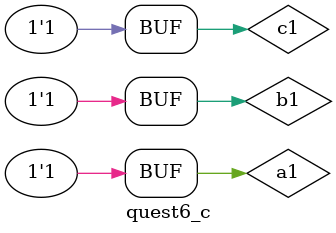
<source format=v>
module quest6_c;


reg a1;
reg b1;
reg c1;
wire w1;
wire w2;
wire w3;
wire w4;
wire w5;  

orgate ar(.x(b1),.y(c1),.z(w1));
andgate ar1(.x(w1),.y(a1),.z(w4));

andgate ar2(.x(a1),.y(b1),.z(w2));
andgate ar3(.x(a1),.y(c1),.z(w3));
orgate ar4(.x(w2),.y(w3),.z(w5));

initial 
begin
a1=1'b0; b1=1'b0;c1=1'b0; #20
a1=1'b0; b1=1'b0;c1=1'b1; #20
a1=1'b0; b1=1'b1;c1=1'b0; #20
a1=1'b0; b1=1'b1;c1=1'b1; #20
a1=1'b1; b1=1'b0;c1=1'b0; #20
a1=1'b1; b1=1'b0;c1=1'b1; #20
a1=1'b1; b1=1'b1;c1=1'b0; #20
a1=1'b1; b1=1'b1;c1=1'b1; 

end
endmodule
</source>
